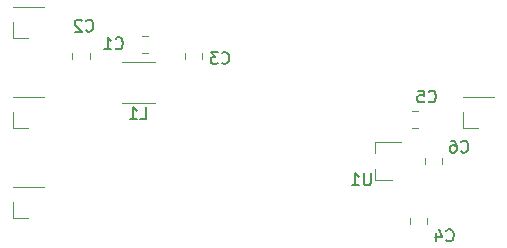
<source format=gbr>
%TF.GenerationSoftware,KiCad,Pcbnew,(5.1.9)-1*%
%TF.CreationDate,2021-03-21T16:20:23+00:00*%
%TF.ProjectId,hp5354a-ocxo,68703533-3534-4612-9d6f-63786f2e6b69,rev?*%
%TF.SameCoordinates,Original*%
%TF.FileFunction,Legend,Bot*%
%TF.FilePolarity,Positive*%
%FSLAX46Y46*%
G04 Gerber Fmt 4.6, Leading zero omitted, Abs format (unit mm)*
G04 Created by KiCad (PCBNEW (5.1.9)-1) date 2021-03-21 16:20:23*
%MOMM*%
%LPD*%
G01*
G04 APERTURE LIST*
%ADD10C,0.120000*%
%ADD11C,0.150000*%
G04 APERTURE END LIST*
D10*
%TO.C,L1*%
X105696248Y-96960000D02*
X108468752Y-96960000D01*
X105696248Y-93540000D02*
X108468752Y-93540000D01*
%TO.C,J4*%
X96460000Y-106740000D02*
X97790000Y-106740000D01*
X96460000Y-105410000D02*
X96460000Y-106740000D01*
X96460000Y-104140000D02*
X99120000Y-104140000D01*
X99120000Y-104140000D02*
X99120000Y-104080000D01*
X96460000Y-104140000D02*
X96460000Y-104080000D01*
X96460000Y-104080000D02*
X99120000Y-104080000D01*
%TO.C,U1*%
X127145000Y-103500000D02*
X128605000Y-103500000D01*
X127145000Y-100340000D02*
X129305000Y-100340000D01*
X127145000Y-100340000D02*
X127145000Y-101270000D01*
X127145000Y-103500000D02*
X127145000Y-102570000D01*
%TO.C,J3*%
X134560000Y-99120000D02*
X135890000Y-99120000D01*
X134560000Y-97790000D02*
X134560000Y-99120000D01*
X134560000Y-96520000D02*
X137220000Y-96520000D01*
X137220000Y-96520000D02*
X137220000Y-96460000D01*
X134560000Y-96520000D02*
X134560000Y-96460000D01*
X134560000Y-96460000D02*
X137220000Y-96460000D01*
%TO.C,J2*%
X96460000Y-99120000D02*
X97790000Y-99120000D01*
X96460000Y-97790000D02*
X96460000Y-99120000D01*
X96460000Y-96520000D02*
X99120000Y-96520000D01*
X99120000Y-96520000D02*
X99120000Y-96460000D01*
X96460000Y-96520000D02*
X96460000Y-96460000D01*
X96460000Y-96460000D02*
X99120000Y-96460000D01*
%TO.C,J1*%
X96460000Y-91500000D02*
X97790000Y-91500000D01*
X96460000Y-90170000D02*
X96460000Y-91500000D01*
X96460000Y-88900000D02*
X99120000Y-88900000D01*
X99120000Y-88900000D02*
X99120000Y-88840000D01*
X96460000Y-88900000D02*
X96460000Y-88840000D01*
X96460000Y-88840000D02*
X99120000Y-88840000D01*
%TO.C,C6*%
X131345000Y-102181252D02*
X131345000Y-101658748D01*
X132815000Y-102181252D02*
X132815000Y-101658748D01*
%TO.C,C5*%
X130228748Y-97690000D02*
X130751252Y-97690000D01*
X130228748Y-99160000D02*
X130751252Y-99160000D01*
%TO.C,C4*%
X131545000Y-106733748D02*
X131545000Y-107256252D01*
X130075000Y-106733748D02*
X130075000Y-107256252D01*
%TO.C,C3*%
X111025000Y-93291252D02*
X111025000Y-92768748D01*
X112495000Y-93291252D02*
X112495000Y-92768748D01*
%TO.C,C2*%
X101500000Y-93291252D02*
X101500000Y-92768748D01*
X102970000Y-93291252D02*
X102970000Y-92768748D01*
%TO.C,C1*%
X107896252Y-92810000D02*
X107373748Y-92810000D01*
X107896252Y-91340000D02*
X107373748Y-91340000D01*
%TO.C,L1*%
D11*
X107249166Y-98352380D02*
X107725357Y-98352380D01*
X107725357Y-97352380D01*
X106392023Y-98352380D02*
X106963452Y-98352380D01*
X106677738Y-98352380D02*
X106677738Y-97352380D01*
X106772976Y-97495238D01*
X106868214Y-97590476D01*
X106963452Y-97638095D01*
%TO.C,U1*%
X126761904Y-102952380D02*
X126761904Y-103761904D01*
X126714285Y-103857142D01*
X126666666Y-103904761D01*
X126571428Y-103952380D01*
X126380952Y-103952380D01*
X126285714Y-103904761D01*
X126238095Y-103857142D01*
X126190476Y-103761904D01*
X126190476Y-102952380D01*
X125190476Y-103952380D02*
X125761904Y-103952380D01*
X125476190Y-103952380D02*
X125476190Y-102952380D01*
X125571428Y-103095238D01*
X125666666Y-103190476D01*
X125761904Y-103238095D01*
%TO.C,C6*%
X134416666Y-101107142D02*
X134464285Y-101154761D01*
X134607142Y-101202380D01*
X134702380Y-101202380D01*
X134845238Y-101154761D01*
X134940476Y-101059523D01*
X134988095Y-100964285D01*
X135035714Y-100773809D01*
X135035714Y-100630952D01*
X134988095Y-100440476D01*
X134940476Y-100345238D01*
X134845238Y-100250000D01*
X134702380Y-100202380D01*
X134607142Y-100202380D01*
X134464285Y-100250000D01*
X134416666Y-100297619D01*
X133559523Y-100202380D02*
X133750000Y-100202380D01*
X133845238Y-100250000D01*
X133892857Y-100297619D01*
X133988095Y-100440476D01*
X134035714Y-100630952D01*
X134035714Y-101011904D01*
X133988095Y-101107142D01*
X133940476Y-101154761D01*
X133845238Y-101202380D01*
X133654761Y-101202380D01*
X133559523Y-101154761D01*
X133511904Y-101107142D01*
X133464285Y-101011904D01*
X133464285Y-100773809D01*
X133511904Y-100678571D01*
X133559523Y-100630952D01*
X133654761Y-100583333D01*
X133845238Y-100583333D01*
X133940476Y-100630952D01*
X133988095Y-100678571D01*
X134035714Y-100773809D01*
%TO.C,C5*%
X131666666Y-96857142D02*
X131714285Y-96904761D01*
X131857142Y-96952380D01*
X131952380Y-96952380D01*
X132095238Y-96904761D01*
X132190476Y-96809523D01*
X132238095Y-96714285D01*
X132285714Y-96523809D01*
X132285714Y-96380952D01*
X132238095Y-96190476D01*
X132190476Y-96095238D01*
X132095238Y-96000000D01*
X131952380Y-95952380D01*
X131857142Y-95952380D01*
X131714285Y-96000000D01*
X131666666Y-96047619D01*
X130761904Y-95952380D02*
X131238095Y-95952380D01*
X131285714Y-96428571D01*
X131238095Y-96380952D01*
X131142857Y-96333333D01*
X130904761Y-96333333D01*
X130809523Y-96380952D01*
X130761904Y-96428571D01*
X130714285Y-96523809D01*
X130714285Y-96761904D01*
X130761904Y-96857142D01*
X130809523Y-96904761D01*
X130904761Y-96952380D01*
X131142857Y-96952380D01*
X131238095Y-96904761D01*
X131285714Y-96857142D01*
%TO.C,C4*%
X133166666Y-108607142D02*
X133214285Y-108654761D01*
X133357142Y-108702380D01*
X133452380Y-108702380D01*
X133595238Y-108654761D01*
X133690476Y-108559523D01*
X133738095Y-108464285D01*
X133785714Y-108273809D01*
X133785714Y-108130952D01*
X133738095Y-107940476D01*
X133690476Y-107845238D01*
X133595238Y-107750000D01*
X133452380Y-107702380D01*
X133357142Y-107702380D01*
X133214285Y-107750000D01*
X133166666Y-107797619D01*
X132309523Y-108035714D02*
X132309523Y-108702380D01*
X132547619Y-107654761D02*
X132785714Y-108369047D01*
X132166666Y-108369047D01*
%TO.C,C3*%
X114166666Y-93607142D02*
X114214285Y-93654761D01*
X114357142Y-93702380D01*
X114452380Y-93702380D01*
X114595238Y-93654761D01*
X114690476Y-93559523D01*
X114738095Y-93464285D01*
X114785714Y-93273809D01*
X114785714Y-93130952D01*
X114738095Y-92940476D01*
X114690476Y-92845238D01*
X114595238Y-92750000D01*
X114452380Y-92702380D01*
X114357142Y-92702380D01*
X114214285Y-92750000D01*
X114166666Y-92797619D01*
X113833333Y-92702380D02*
X113214285Y-92702380D01*
X113547619Y-93083333D01*
X113404761Y-93083333D01*
X113309523Y-93130952D01*
X113261904Y-93178571D01*
X113214285Y-93273809D01*
X113214285Y-93511904D01*
X113261904Y-93607142D01*
X113309523Y-93654761D01*
X113404761Y-93702380D01*
X113690476Y-93702380D01*
X113785714Y-93654761D01*
X113833333Y-93607142D01*
%TO.C,C2*%
X102666666Y-90857142D02*
X102714285Y-90904761D01*
X102857142Y-90952380D01*
X102952380Y-90952380D01*
X103095238Y-90904761D01*
X103190476Y-90809523D01*
X103238095Y-90714285D01*
X103285714Y-90523809D01*
X103285714Y-90380952D01*
X103238095Y-90190476D01*
X103190476Y-90095238D01*
X103095238Y-90000000D01*
X102952380Y-89952380D01*
X102857142Y-89952380D01*
X102714285Y-90000000D01*
X102666666Y-90047619D01*
X102285714Y-90047619D02*
X102238095Y-90000000D01*
X102142857Y-89952380D01*
X101904761Y-89952380D01*
X101809523Y-90000000D01*
X101761904Y-90047619D01*
X101714285Y-90142857D01*
X101714285Y-90238095D01*
X101761904Y-90380952D01*
X102333333Y-90952380D01*
X101714285Y-90952380D01*
%TO.C,C1*%
X105166666Y-92357142D02*
X105214285Y-92404761D01*
X105357142Y-92452380D01*
X105452380Y-92452380D01*
X105595238Y-92404761D01*
X105690476Y-92309523D01*
X105738095Y-92214285D01*
X105785714Y-92023809D01*
X105785714Y-91880952D01*
X105738095Y-91690476D01*
X105690476Y-91595238D01*
X105595238Y-91500000D01*
X105452380Y-91452380D01*
X105357142Y-91452380D01*
X105214285Y-91500000D01*
X105166666Y-91547619D01*
X104214285Y-92452380D02*
X104785714Y-92452380D01*
X104500000Y-92452380D02*
X104500000Y-91452380D01*
X104595238Y-91595238D01*
X104690476Y-91690476D01*
X104785714Y-91738095D01*
%TD*%
M02*

</source>
